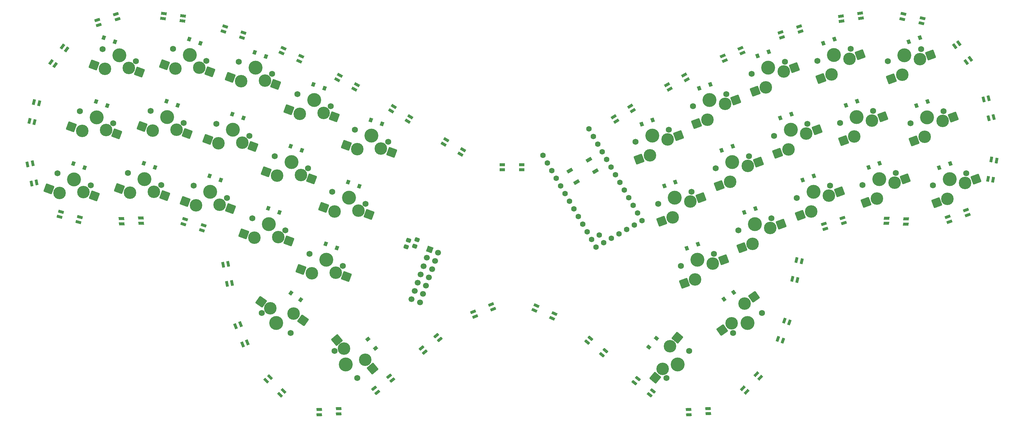
<source format=gbs>
%TF.GenerationSoftware,KiCad,Pcbnew,7.0.1-0*%
%TF.CreationDate,2023-04-15T20:22:24-04:00*%
%TF.ProjectId,fidrildi3,66696472-696c-4646-9933-2e6b69636164,rev?*%
%TF.SameCoordinates,Original*%
%TF.FileFunction,Soldermask,Bot*%
%TF.FilePolarity,Negative*%
%FSLAX46Y46*%
G04 Gerber Fmt 4.6, Leading zero omitted, Abs format (unit mm)*
G04 Created by KiCad (PCBNEW 7.0.1-0) date 2023-04-15 20:22:24*
%MOMM*%
%LPD*%
G01*
G04 APERTURE LIST*
G04 Aperture macros list*
%AMRoundRect*
0 Rectangle with rounded corners*
0 $1 Rounding radius*
0 $2 $3 $4 $5 $6 $7 $8 $9 X,Y pos of 4 corners*
0 Add a 4 corners polygon primitive as box body*
4,1,4,$2,$3,$4,$5,$6,$7,$8,$9,$2,$3,0*
0 Add four circle primitives for the rounded corners*
1,1,$1+$1,$2,$3*
1,1,$1+$1,$4,$5*
1,1,$1+$1,$6,$7*
1,1,$1+$1,$8,$9*
0 Add four rect primitives between the rounded corners*
20,1,$1+$1,$2,$3,$4,$5,0*
20,1,$1+$1,$4,$5,$6,$7,0*
20,1,$1+$1,$6,$7,$8,$9,0*
20,1,$1+$1,$8,$9,$2,$3,0*%
%AMHorizOval*
0 Thick line with rounded ends*
0 $1 width*
0 $2 $3 position (X,Y) of the first rounded end (center of the circle)*
0 $4 $5 position (X,Y) of the second rounded end (center of the circle)*
0 Add line between two ends*
20,1,$1,$2,$3,$4,$5,0*
0 Add two circle primitives to create the rounded ends*
1,1,$1,$2,$3*
1,1,$1,$4,$5*%
%AMRotRect*
0 Rectangle, with rotation*
0 The origin of the aperture is its center*
0 $1 length*
0 $2 width*
0 $3 Rotation angle, in degrees counterclockwise*
0 Add horizontal line*
21,1,$1,$2,0,0,$3*%
G04 Aperture macros list end*
%ADD10RotRect,1.600000X0.820000X220.000000*%
%ADD11RotRect,1.600000X0.820000X353.000000*%
%ADD12RotRect,1.600000X0.820000X197.500000*%
%ADD13RoundRect,0.250000X1.305205X0.589122X-0.621165X1.290263X-1.305205X-0.589122X0.621165X-1.290263X0*%
%ADD14C,1.750000*%
%ADD15C,4.000000*%
%ADD16C,3.600000*%
%ADD17RoundRect,0.250000X-1.424902X0.142408X-0.107187X-1.427983X1.424902X-0.142408X0.107187X1.427983X0*%
%ADD18RotRect,1.600000X0.820000X18.000000*%
%ADD19RoundRect,0.250000X0.621165X1.290263X-1.305205X0.589122X-0.621165X-1.290263X1.305205X-0.589122X0*%
%ADD20RotRect,1.600000X0.820000X29.250000*%
%ADD21RotRect,1.600000X0.820000X111.000000*%
%ADD22RotRect,1.600000X0.820000X17.250000*%
%ADD23RotRect,1.600000X0.820000X257.250000*%
%ADD24RotRect,1.600000X0.820000X341.500000*%
%ADD25RotRect,1.600000X0.820000X335.500000*%
%ADD26RotRect,1.600000X0.820000X54.000000*%
%ADD27RotRect,1.700000X1.700000X340.000000*%
%ADD28HorizOval,1.700000X0.000000X0.000000X0.000000X0.000000X0*%
%ADD29RotRect,1.600000X0.820000X306.250000*%
%ADD30RotRect,1.600000X0.820000X181.750000*%
%ADD31RotRect,1.600000X0.820000X178.000000*%
%ADD32RotRect,1.600000X0.820000X328.000000*%
%ADD33RotRect,1.600000X0.820000X329.000000*%
%ADD34RotRect,1.600000X0.820000X134.500000*%
%ADD35RoundRect,0.250000X-1.413207X-0.231236X0.266054X-1.407068X1.413207X0.231236X-0.266054X1.407068X0*%
%ADD36RotRect,1.600000X0.820000X8.750000*%
%ADD37RotRect,1.600000X0.820000X164.500000*%
%ADD38RotRect,1.600000X0.820000X250.500000*%
%ADD39RoundRect,0.250000X-0.266054X-1.407068X1.413207X-0.231236X0.266054X1.407068X-1.413207X0.231236X0*%
%ADD40RotRect,1.600000X0.820000X331.000000*%
%ADD41RotRect,1.600000X0.820000X182.500000*%
%ADD42RotRect,1.600000X0.820000X219.000000*%
%ADD43RotRect,1.600000X0.820000X347.000000*%
%ADD44RotRect,1.600000X0.820000X155.500000*%
%ADD45RoundRect,0.250000X0.107187X-1.427983X1.424902X0.142408X-0.107187X1.427983X-1.424902X-0.142408X0*%
%ADD46RotRect,1.600000X0.820000X32.500000*%
%ADD47C,1.600000*%
%ADD48RotRect,1.600000X0.820000X226.000000*%
%ADD49RotRect,1.600000X0.820000X140.250000*%
%ADD50R,1.600000X0.820000*%
%ADD51RotRect,1.600000X0.820000X202.250000*%
%ADD52RotRect,1.600000X0.820000X141.000000*%
%ADD53RotRect,1.600000X0.820000X101.000000*%
%ADD54RotRect,1.600000X0.820000X200.000000*%
%ADD55RotRect,1.600000X0.820000X260.000000*%
%ADD56RotRect,1.600000X0.820000X162.000000*%
%ADD57RotRect,1.600000X0.820000X102.000000*%
%ADD58RotRect,1.600000X0.820000X23.500000*%
%ADD59RotRect,1.600000X0.820000X76.500000*%
%ADD60RotRect,1.600000X0.820000X285.000000*%
%ADD61RotRect,1.600000X0.820000X183.000000*%
%ADD62RotRect,1.000000X1.200000X20.000000*%
%ADD63RotRect,1.000000X1.200000X160.000000*%
%ADD64RotRect,1.000000X1.200000X310.000000*%
%ADD65RotRect,1.000000X1.200000X35.000000*%
%ADD66RotRect,1.000000X1.200000X230.000000*%
%ADD67RoundRect,0.250000X-0.303155X0.482801X-0.542569X-0.174983X0.303155X-0.482801X0.542569X0.174983X0*%
%ADD68RotRect,1.700000X1.000000X210.000000*%
%ADD69RotRect,1.000000X1.200000X145.000000*%
G04 APERTURE END LIST*
D10*
X189277015Y-183234728D03*
X188312834Y-182085661D03*
X184022985Y-185685272D03*
X184987166Y-186834339D03*
D11*
X110022273Y-89374356D03*
X109839469Y-90863175D03*
X115397727Y-91545644D03*
X115580531Y-90056825D03*
D12*
X305420000Y-149660000D03*
X304968941Y-148229425D03*
X299628126Y-149913378D03*
X300079185Y-151343953D03*
D13*
X103025352Y-106212570D03*
D14*
X102010000Y-103140000D03*
D15*
X97236361Y-101402538D03*
D14*
X92462722Y-99665076D03*
D13*
X90009214Y-104178095D03*
D16*
X99947859Y-105092454D03*
X93112079Y-105307445D03*
D17*
X159721603Y-183339895D03*
D14*
X159064639Y-186508494D03*
D15*
X162330000Y-190400000D03*
D14*
X165595361Y-194291506D03*
D17*
X169976671Y-191609871D03*
D16*
X161826732Y-185848690D03*
X167854186Y-189080392D03*
D18*
X287165279Y-94821955D03*
X287628805Y-96248540D03*
X292954721Y-94518045D03*
X292491195Y-93091460D03*
D19*
X264342814Y-142391069D03*
D14*
X261590000Y-140690000D03*
D15*
X256816361Y-142427462D03*
D14*
X252042722Y-144164924D03*
D19*
X253064139Y-149199182D03*
D16*
X261265321Y-143511185D03*
X256167004Y-148069832D03*
D20*
X254600545Y-109843767D03*
X255333477Y-111152511D03*
X260219455Y-108416233D03*
X259486523Y-107107489D03*
D21*
X132643245Y-184602801D03*
X134043616Y-184065249D03*
X132036755Y-178837199D03*
X130636384Y-179374751D03*
D22*
X90933538Y-91264051D03*
X91378350Y-92696581D03*
X96726462Y-91035949D03*
X96281650Y-89603419D03*
D23*
X293239460Y-160674565D03*
X291776446Y-160343518D03*
X290540540Y-165805435D03*
X292003554Y-166136482D03*
D24*
X127622672Y-93110304D03*
X127146715Y-94532790D03*
X132457328Y-96309696D03*
X132933285Y-94887210D03*
D13*
X129155352Y-145512570D03*
D14*
X128140000Y-142440000D03*
D15*
X123366361Y-140702538D03*
D14*
X118592722Y-138965076D03*
D13*
X116139214Y-143478095D03*
D16*
X126077859Y-144392454D03*
X119242079Y-144607445D03*
D25*
X144443128Y-99386388D03*
X143821089Y-100751330D03*
X148916872Y-103073612D03*
X149538911Y-101708670D03*
D26*
X77604878Y-103368818D03*
X78818403Y-104250496D03*
X82110000Y-99720000D03*
X80896475Y-98838322D03*
D27*
X186419796Y-157318768D03*
D28*
X188806615Y-158187499D03*
X185551065Y-159705587D03*
X187937884Y-160574318D03*
X184682334Y-162092407D03*
X187069153Y-162961138D03*
X183813603Y-164479226D03*
X186200422Y-165347957D03*
X182944871Y-166866045D03*
X185331691Y-167734776D03*
X182076140Y-169252864D03*
X184462959Y-170121595D03*
X181207409Y-171639684D03*
X183594228Y-172508415D03*
D19*
X291160092Y-104946145D03*
D14*
X288407278Y-103245076D03*
D15*
X283633639Y-104982538D03*
D14*
X278860000Y-106720000D03*
D19*
X279881417Y-111754258D03*
D16*
X288082599Y-106066261D03*
X282984282Y-110624908D03*
D29*
X338409166Y-97928473D03*
X337199500Y-98815437D03*
X340510834Y-103331527D03*
X341720500Y-102444563D03*
D30*
X103521598Y-149744142D03*
X103475790Y-148244842D03*
X97878402Y-148415858D03*
X97924210Y-149915158D03*
D19*
X343290092Y-137066145D03*
D14*
X340537278Y-135365076D03*
D15*
X335763639Y-137102538D03*
D14*
X330990000Y-138840000D03*
D19*
X332011417Y-143874258D03*
D16*
X340212599Y-138186261D03*
X335114282Y-142744908D03*
D13*
X168972630Y-147237494D03*
D14*
X167957278Y-144164924D03*
D15*
X163183639Y-142427462D03*
D14*
X158410000Y-140690000D03*
D13*
X155956492Y-145203019D03*
D16*
X165895137Y-146117378D03*
X159059357Y-146332369D03*
D31*
X323192120Y-149977262D03*
X323244469Y-148478175D03*
X317647880Y-148282738D03*
X317595531Y-149781825D03*
D32*
X176102905Y-116150190D03*
X175308026Y-117422262D03*
X180057095Y-120389810D03*
X180851974Y-119117738D03*
D13*
X96525352Y-124062570D03*
D14*
X95510000Y-120990000D03*
D15*
X90736361Y-119252538D03*
D14*
X85962722Y-117515076D03*
D13*
X83509214Y-122028095D03*
D16*
X93447859Y-122942454D03*
X86612079Y-123157445D03*
D13*
X142155352Y-109812570D03*
D14*
X141140000Y-106740000D03*
D15*
X136366361Y-105002538D03*
D14*
X131592722Y-103265076D03*
D13*
X129139214Y-107778095D03*
D16*
X139077859Y-108692454D03*
X132242079Y-108907445D03*
D13*
X145985352Y-154832570D03*
D14*
X144970000Y-151760000D03*
D15*
X140196361Y-150022538D03*
D14*
X135422722Y-148285076D03*
D13*
X132969214Y-152798095D03*
D16*
X142907859Y-153712454D03*
X136072079Y-153927445D03*
D33*
X191206210Y-125735018D03*
X190433653Y-127020769D03*
X195233790Y-129904982D03*
X196006347Y-128619231D03*
D13*
X110268991Y-141840032D03*
D14*
X109253639Y-138767462D03*
D15*
X104480000Y-137030000D03*
D14*
X99706361Y-135292538D03*
D13*
X97252853Y-139805557D03*
D16*
X107191498Y-140719916D03*
X100355718Y-140934907D03*
D13*
X135652630Y-127667494D03*
D14*
X134637278Y-124594924D03*
D15*
X129863639Y-122857462D03*
D14*
X125090000Y-121120000D03*
D13*
X122636492Y-125633019D03*
D16*
X132575137Y-126547378D03*
X125739357Y-126762369D03*
D19*
X304150092Y-140666145D03*
D14*
X301397278Y-138965076D03*
D15*
X296623639Y-140702538D03*
D14*
X291850000Y-142440000D03*
D19*
X292871417Y-147474258D03*
D16*
X301072599Y-141786261D03*
X295974282Y-146344908D03*
D34*
X143387608Y-199082783D03*
X144457484Y-198031419D03*
X140532392Y-194037217D03*
X139462516Y-195088581D03*
D35*
X137973192Y-172325565D03*
D14*
X138158708Y-175556232D03*
D15*
X142320000Y-178470000D03*
D14*
X146481292Y-181383768D03*
D35*
X150019255Y-177659541D03*
D16*
X140655915Y-174204028D03*
X147314414Y-175765592D03*
D36*
X304508495Y-90144674D03*
X304736680Y-91627217D03*
X310271505Y-90775326D03*
X310043320Y-89292783D03*
D19*
X330290092Y-101356145D03*
D14*
X327537278Y-99655076D03*
D15*
X322763639Y-101392538D03*
D14*
X317990000Y-103130000D03*
D19*
X319011417Y-108164258D03*
D16*
X327212599Y-102476261D03*
X322114282Y-107034908D03*
D19*
X336780092Y-119216145D03*
D14*
X334027278Y-117515076D03*
D15*
X329253639Y-119252538D03*
D14*
X324480000Y-120990000D03*
D19*
X325501417Y-126024258D03*
D16*
X333702599Y-120336261D03*
X328604282Y-124894908D03*
D37*
X85487736Y-149430990D03*
X85888594Y-147985545D03*
X80492264Y-146489010D03*
X80091406Y-147934455D03*
D19*
X270822814Y-160251069D03*
D14*
X268070000Y-158550000D03*
D15*
X263296361Y-160287462D03*
D14*
X258522722Y-162024924D03*
D19*
X259544139Y-167059182D03*
D16*
X267745321Y-161371185D03*
X262647004Y-165929832D03*
D13*
X152485352Y-136977494D03*
D14*
X151470000Y-133904924D03*
D15*
X146696361Y-132167462D03*
D14*
X141922722Y-130430000D03*
D13*
X139469214Y-134943019D03*
D16*
X149407859Y-135857378D03*
X142572079Y-136072369D03*
D13*
X90035352Y-141922570D03*
D14*
X89020000Y-138850000D03*
D15*
X84246361Y-137112538D03*
D14*
X79472722Y-135375076D03*
D13*
X77019214Y-139888095D03*
D16*
X86957859Y-140802454D03*
X80122079Y-141017445D03*
D38*
X289681640Y-178280959D03*
X288267678Y-177780249D03*
X286398360Y-183059041D03*
X287812322Y-183559751D03*
D39*
X270419424Y-180453143D03*
D14*
X273518708Y-181383768D03*
D15*
X277680000Y-178470000D03*
D14*
X281841292Y-175556232D03*
D39*
X279551718Y-170957874D03*
D16*
X273102147Y-178574680D03*
X276846878Y-172851823D03*
D40*
X160594672Y-107156568D03*
X159867458Y-108468498D03*
X164765328Y-111183432D03*
X165492542Y-109871502D03*
D19*
X280832814Y-132131069D03*
D14*
X278080000Y-130430000D03*
D15*
X273306361Y-132167462D03*
D14*
X268532722Y-133904924D03*
D19*
X269554139Y-138939182D03*
D16*
X277755321Y-133251185D03*
X272657004Y-137809832D03*
D41*
X160300050Y-204607152D03*
X160234620Y-203108580D03*
X154639950Y-203352848D03*
X154705380Y-204851420D03*
D19*
X323026453Y-136983607D03*
D14*
X320273639Y-135282538D03*
D15*
X315500000Y-137020000D03*
D14*
X310726361Y-138757462D03*
D19*
X311747778Y-143791720D03*
D16*
X319948960Y-138103723D03*
X314850643Y-142662370D03*
D42*
X175697999Y-194920762D03*
X174754018Y-193755043D03*
X170402001Y-197279238D03*
X171345982Y-198444957D03*
D19*
X287330092Y-149996145D03*
D14*
X284577278Y-148295076D03*
D15*
X279803639Y-150032538D03*
D14*
X275030000Y-151770000D03*
D19*
X276051417Y-156804258D03*
D16*
X284252599Y-151116261D03*
X279154282Y-155674908D03*
D43*
X322523528Y-89500274D03*
X322186102Y-90961830D03*
X327642574Y-92221556D03*
X327980000Y-90760000D03*
D44*
X221576872Y-177123612D03*
X222198911Y-175758670D03*
X217103128Y-173436388D03*
X216481089Y-174801330D03*
D19*
X274336453Y-114273607D03*
D14*
X271583639Y-112572538D03*
D15*
X266810000Y-114310000D03*
D14*
X262036361Y-116047462D03*
D19*
X263057778Y-121081720D03*
D16*
X271258960Y-115393723D03*
X266160643Y-119952370D03*
D45*
X251170097Y-194194744D03*
D14*
X254404639Y-194291506D03*
D15*
X257670000Y-190400000D03*
D14*
X260935361Y-186508494D03*
D45*
X257533659Y-182659407D03*
D16*
X253275226Y-191685949D03*
X255411175Y-185188886D03*
D46*
X239245529Y-119081895D03*
X240051479Y-120346982D03*
X244774471Y-117338105D03*
X243968521Y-116073018D03*
D47*
X218960886Y-130241773D03*
X220230886Y-132441477D03*
X221500886Y-134641182D03*
X222770886Y-136840886D03*
X224040886Y-139040591D03*
X225310886Y-141240295D03*
X226580886Y-143440000D03*
X227850886Y-145639705D03*
X229120886Y-147839409D03*
X230390886Y-150039114D03*
X231660886Y-152238818D03*
X232930886Y-154438523D03*
X234200886Y-156638227D03*
X236400591Y-155368227D03*
X238600295Y-154098227D03*
X240800000Y-152828227D03*
X242999705Y-151558227D03*
X245199409Y-150288227D03*
X247399114Y-149018227D03*
X246129114Y-146818523D03*
X244859114Y-144618818D03*
X243589114Y-142419114D03*
X242319114Y-140219409D03*
X241049114Y-138019705D03*
X239779114Y-135820000D03*
X238509114Y-133620295D03*
X237239114Y-131420591D03*
X235969114Y-129220886D03*
X234699114Y-127021182D03*
X233429114Y-124821477D03*
X232159114Y-122621773D03*
X235130591Y-153168523D03*
D48*
X281324548Y-194246842D03*
X280245539Y-193204855D03*
X276355452Y-197233158D03*
X277434461Y-198275145D03*
D49*
X235903178Y-187567061D03*
X236862336Y-186413798D03*
X232556822Y-182832939D03*
X231597664Y-183986202D03*
D50*
X207250000Y-132880000D03*
X207250000Y-134380000D03*
X212850000Y-134380000D03*
X212850000Y-132880000D03*
D19*
X297650092Y-122816145D03*
D14*
X294897278Y-121115076D03*
D15*
X290123639Y-122852538D03*
D14*
X285350000Y-124590000D03*
D19*
X286371417Y-129624258D03*
D16*
X294572599Y-123936261D03*
X289474282Y-128494908D03*
D51*
X204605500Y-174483939D03*
X204037527Y-173095628D03*
X198854500Y-175216061D03*
X199422473Y-176604372D03*
D52*
X249564018Y-199144957D03*
X250507999Y-197979238D03*
X246155982Y-194455043D03*
X245212001Y-195620762D03*
D53*
X128148045Y-167231663D03*
X129620486Y-166945449D03*
X128551955Y-161448337D03*
X127079514Y-161734551D03*
D19*
X316540092Y-119126145D03*
D14*
X313787278Y-117425076D03*
D15*
X309013639Y-119162538D03*
D14*
X304240000Y-120900000D03*
D19*
X305261417Y-125934258D03*
D16*
X313462599Y-120246261D03*
X308364282Y-124804908D03*
D13*
X175468991Y-129370032D03*
D14*
X174453639Y-126297462D03*
D15*
X169680000Y-124560000D03*
D14*
X164906361Y-122822538D03*
D13*
X162452853Y-127335557D03*
D16*
X172391498Y-128249916D03*
X165555718Y-128464907D03*
D54*
X340967654Y-147397113D03*
X340454624Y-145987574D03*
X335192346Y-147902887D03*
X335705376Y-149312426D03*
D13*
X158985352Y-119132570D03*
D14*
X157970000Y-116060000D03*
D15*
X153196361Y-114322538D03*
D14*
X148422722Y-112585076D03*
D13*
X145969214Y-117098095D03*
D16*
X155907859Y-118012454D03*
X149072079Y-118227445D03*
D19*
X310040092Y-101276145D03*
D14*
X307287278Y-99575076D03*
D15*
X302513639Y-101312538D03*
D14*
X297740000Y-103050000D03*
D19*
X298761417Y-108084258D03*
D16*
X306962599Y-102396261D03*
X301864282Y-106954908D03*
D55*
X349227212Y-131690472D03*
X347750000Y-131430000D03*
X346777570Y-136944924D03*
X348254782Y-137205396D03*
D13*
X123278991Y-106120032D03*
D14*
X122263639Y-103047462D03*
D15*
X117490000Y-101310000D03*
D14*
X112716361Y-99572538D03*
D13*
X110262853Y-104085557D03*
D16*
X120201498Y-104999916D03*
X113365718Y-105214907D03*
D56*
X120991195Y-151758540D03*
X121454721Y-150331955D03*
X116128805Y-148601460D03*
X115665279Y-150028045D03*
D57*
X72047084Y-138319494D03*
X73514305Y-138007627D03*
X72350000Y-132530000D03*
X70882779Y-132841867D03*
D58*
X270553170Y-101598702D03*
X271151294Y-102974292D03*
X276286830Y-100741298D03*
X275688706Y-99365708D03*
D13*
X116772630Y-123977494D03*
D14*
X115757278Y-120904924D03*
D15*
X110983639Y-119167462D03*
D14*
X106210000Y-117430000D03*
D13*
X103756492Y-121943019D03*
D16*
X113695137Y-122857378D03*
X106859357Y-123072369D03*
D13*
X162478991Y-165090032D03*
D14*
X161463639Y-162017462D03*
D15*
X156690000Y-160280000D03*
D14*
X151916361Y-158542538D03*
D13*
X149462853Y-163055557D03*
D16*
X159401498Y-163969916D03*
X152565718Y-164184907D03*
D59*
X71447076Y-120317552D03*
X72905630Y-120667720D03*
X74212924Y-115222448D03*
X72754370Y-114872280D03*
D19*
X257846453Y-124526145D03*
D14*
X255093639Y-122825076D03*
D15*
X250320000Y-124562538D03*
D14*
X245546361Y-126300000D03*
D19*
X246567778Y-131334258D03*
D16*
X254768960Y-125646261D03*
X249670643Y-130204908D03*
D60*
X346939751Y-113751293D03*
X345490862Y-114139522D03*
X346940249Y-119548707D03*
X348389138Y-119160478D03*
D61*
X266465415Y-204562431D03*
X266386911Y-203064487D03*
X260794585Y-203357569D03*
X260873089Y-204855513D03*
D62*
X324045046Y-97522868D03*
X327240000Y-96360000D03*
D63*
X166207477Y-139051434D03*
X163012523Y-137888566D03*
X107517477Y-133641434D03*
X104322523Y-132478566D03*
X149687477Y-128771434D03*
X146492523Y-127608566D03*
D62*
X263792523Y-110921434D03*
X266987477Y-109758566D03*
D63*
X139367477Y-101731434D03*
X136172523Y-100568566D03*
X132897477Y-119471434D03*
X129702523Y-118308566D03*
X87257477Y-133721434D03*
X84062523Y-132558566D03*
D62*
X312452523Y-133671434D03*
X315647477Y-132508566D03*
X332732523Y-133751434D03*
X335927477Y-132588566D03*
D64*
X168637261Y-183097724D03*
X170822739Y-185702276D03*
D62*
X260242523Y-156922868D03*
X263437477Y-155760000D03*
X287072523Y-119471434D03*
X290267477Y-118308566D03*
D63*
X126377477Y-137311434D03*
X123182523Y-136148566D03*
X120517477Y-97931434D03*
X117322523Y-96768566D03*
D65*
X270917442Y-171575080D03*
X273702558Y-169624920D03*
D62*
X280602523Y-101601434D03*
X283797477Y-100438566D03*
D63*
X156217477Y-110941434D03*
X153022523Y-109778566D03*
X95997477Y-97501434D03*
X92802523Y-96338566D03*
D66*
X251542739Y-182837724D03*
X249357261Y-185442276D03*
D63*
X143237477Y-146641434D03*
X140042523Y-145478566D03*
X93767477Y-115861434D03*
X90572523Y-114698566D03*
D62*
X305982523Y-115781434D03*
X309177477Y-114618566D03*
X270272523Y-128771434D03*
X273467477Y-127608566D03*
X293562523Y-137321434D03*
X296757477Y-136158566D03*
X299472523Y-97931434D03*
X302667477Y-96768566D03*
D63*
X172717477Y-121171434D03*
X169522523Y-120008566D03*
D62*
X326212523Y-115881434D03*
X329407477Y-114718566D03*
X247272523Y-121201434D03*
X250467477Y-120038566D03*
X276762523Y-146651434D03*
X279957477Y-145488566D03*
D63*
X159717477Y-156891434D03*
X156522523Y-155728566D03*
D67*
X180312020Y-154670307D03*
X179627980Y-156549693D03*
D62*
X253782523Y-139041434D03*
X256977477Y-137878566D03*
D63*
X113997477Y-115791434D03*
X110802523Y-114628566D03*
D67*
X182782020Y-154500307D03*
X182097980Y-156379693D03*
D68*
X232137980Y-131469552D03*
X226682020Y-134619552D03*
X234037980Y-134760448D03*
X228582020Y-137910448D03*
D69*
X149312558Y-171765080D03*
X146527442Y-169814920D03*
M02*

</source>
